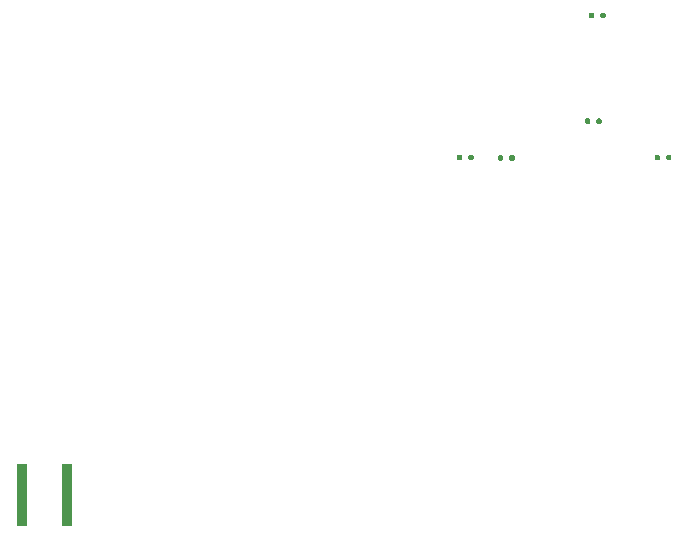
<source format=gbp>
%TF.GenerationSoftware,KiCad,Pcbnew,5.1.6*%
%TF.CreationDate,2020-07-15T20:44:48+02:00*%
%TF.ProjectId,CMM2-JLC,434d4d32-2d4a-44c4-932e-6b696361645f,rev?*%
%TF.SameCoordinates,Original*%
%TF.FileFunction,Paste,Bot*%
%TF.FilePolarity,Positive*%
%FSLAX46Y46*%
G04 Gerber Fmt 4.6, Leading zero omitted, Abs format (unit mm)*
G04 Created by KiCad (PCBNEW 5.1.6) date 2020-07-15 20:44:48*
%MOMM*%
%LPD*%
G01*
G04 APERTURE LIST*
%ADD10R,0.965200X5.320000*%
G04 APERTURE END LIST*
%TO.C,C31*%
G36*
G01*
X88235200Y-77694500D02*
X88235200Y-77956700D01*
G75*
G02*
X88123100Y-78068800I-112100J0D01*
G01*
X87898900Y-78068800D01*
G75*
G02*
X87786800Y-77956700I0J112100D01*
G01*
X87786800Y-77694500D01*
G75*
G02*
X87898900Y-77582400I112100J0D01*
G01*
X88123100Y-77582400D01*
G75*
G02*
X88235200Y-77694500I0J-112100D01*
G01*
G37*
G36*
G01*
X89205200Y-77694500D02*
X89205200Y-77956700D01*
G75*
G02*
X89093100Y-78068800I-112100J0D01*
G01*
X88868900Y-78068800D01*
G75*
G02*
X88756800Y-77956700I0J112100D01*
G01*
X88756800Y-77694500D01*
G75*
G02*
X88868900Y-77582400I112100J0D01*
G01*
X89093100Y-77582400D01*
G75*
G02*
X89205200Y-77694500I0J-112100D01*
G01*
G37*
%TD*%
%TO.C,C23*%
G36*
G01*
X77578400Y-89983600D02*
X77578400Y-89721400D01*
G75*
G02*
X77690500Y-89609300I112100J0D01*
G01*
X77914700Y-89609300D01*
G75*
G02*
X78026800Y-89721400I0J-112100D01*
G01*
X78026800Y-89983600D01*
G75*
G02*
X77914700Y-90095700I-112100J0D01*
G01*
X77690500Y-90095700D01*
G75*
G02*
X77578400Y-89983600I0J112100D01*
G01*
G37*
G36*
G01*
X76608400Y-89983600D02*
X76608400Y-89721400D01*
G75*
G02*
X76720500Y-89609300I112100J0D01*
G01*
X76944700Y-89609300D01*
G75*
G02*
X77056800Y-89721400I0J-112100D01*
G01*
X77056800Y-89983600D01*
G75*
G02*
X76944700Y-90095700I-112100J0D01*
G01*
X76720500Y-90095700D01*
G75*
G02*
X76608400Y-89983600I0J112100D01*
G01*
G37*
%TD*%
%TO.C,C22*%
G36*
G01*
X80536600Y-89759500D02*
X80536600Y-90021700D01*
G75*
G02*
X80424500Y-90133800I-112100J0D01*
G01*
X80200300Y-90133800D01*
G75*
G02*
X80088200Y-90021700I0J112100D01*
G01*
X80088200Y-89759500D01*
G75*
G02*
X80200300Y-89647400I112100J0D01*
G01*
X80424500Y-89647400D01*
G75*
G02*
X80536600Y-89759500I0J-112100D01*
G01*
G37*
G36*
G01*
X81506600Y-89759500D02*
X81506600Y-90021700D01*
G75*
G02*
X81394500Y-90133800I-112100J0D01*
G01*
X81170300Y-90133800D01*
G75*
G02*
X81058200Y-90021700I0J112100D01*
G01*
X81058200Y-89759500D01*
G75*
G02*
X81170300Y-89647400I112100J0D01*
G01*
X81394500Y-89647400D01*
G75*
G02*
X81506600Y-89759500I0J-112100D01*
G01*
G37*
%TD*%
%TO.C,C5*%
G36*
G01*
X87905000Y-86648000D02*
X87905000Y-86910200D01*
G75*
G02*
X87792900Y-87022300I-112100J0D01*
G01*
X87568700Y-87022300D01*
G75*
G02*
X87456600Y-86910200I0J112100D01*
G01*
X87456600Y-86648000D01*
G75*
G02*
X87568700Y-86535900I112100J0D01*
G01*
X87792900Y-86535900D01*
G75*
G02*
X87905000Y-86648000I0J-112100D01*
G01*
G37*
G36*
G01*
X88875000Y-86648000D02*
X88875000Y-86910200D01*
G75*
G02*
X88762900Y-87022300I-112100J0D01*
G01*
X88538700Y-87022300D01*
G75*
G02*
X88426600Y-86910200I0J112100D01*
G01*
X88426600Y-86648000D01*
G75*
G02*
X88538700Y-86535900I112100J0D01*
G01*
X88762900Y-86535900D01*
G75*
G02*
X88875000Y-86648000I0J-112100D01*
G01*
G37*
%TD*%
%TO.C,C4*%
G36*
G01*
X93808100Y-89721400D02*
X93808100Y-89983600D01*
G75*
G02*
X93696000Y-90095700I-112100J0D01*
G01*
X93471800Y-90095700D01*
G75*
G02*
X93359700Y-89983600I0J112100D01*
G01*
X93359700Y-89721400D01*
G75*
G02*
X93471800Y-89609300I112100J0D01*
G01*
X93696000Y-89609300D01*
G75*
G02*
X93808100Y-89721400I0J-112100D01*
G01*
G37*
G36*
G01*
X94778100Y-89721400D02*
X94778100Y-89983600D01*
G75*
G02*
X94666000Y-90095700I-112100J0D01*
G01*
X94441800Y-90095700D01*
G75*
G02*
X94329700Y-89983600I0J112100D01*
G01*
X94329700Y-89721400D01*
G75*
G02*
X94441800Y-89609300I112100J0D01*
G01*
X94666000Y-89609300D01*
G75*
G02*
X94778100Y-89721400I0J-112100D01*
G01*
G37*
%TD*%
D10*
%TO.C,J1*%
X43600000Y-118400000D03*
X39800000Y-118400000D03*
%TD*%
M02*

</source>
